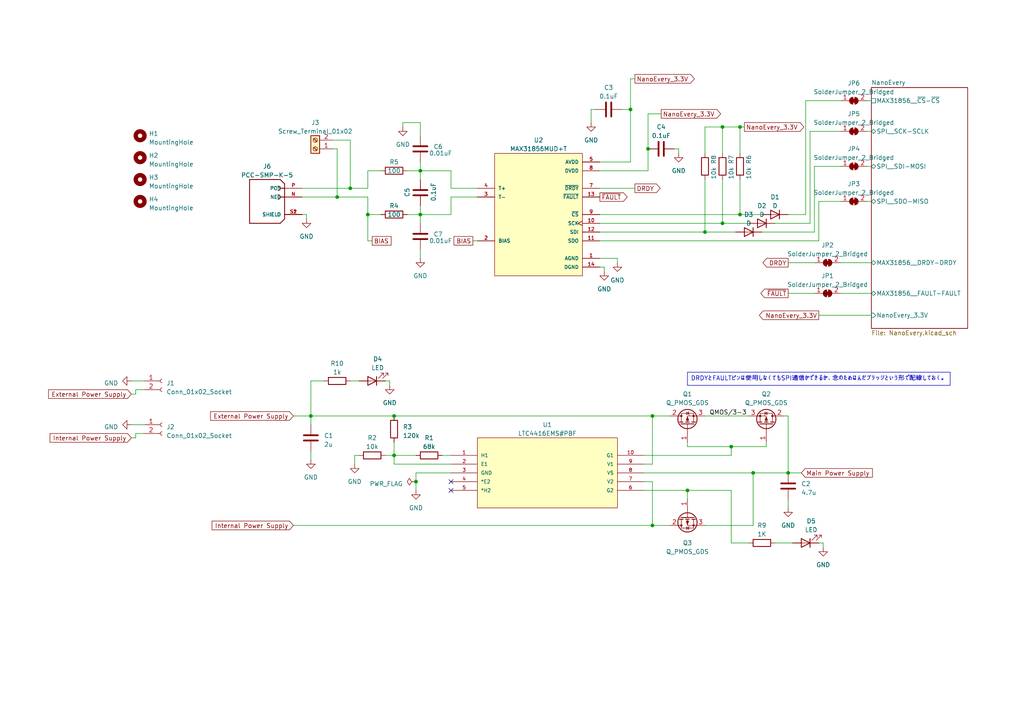
<source format=kicad_sch>
(kicad_sch (version 20230121) (generator eeschema)
  (paper "A4")
  (lib_symbols
    (symbol "Connector:Conn_01x02_Socket" (pin_names (offset 1.016) hide)
      (property "Reference" "J" (at 0 2.54 0))
      (property "Value" "Conn_01x02_Socket" (at 0 -5.08 0))
      (symbol "Conn_01x02_Socket_1_1"
        (arc (start 0 -2.032) (mid -0.5058 -2.54) (end 0 -3.048) (stroke (width 0.1524)))
        (polyline (pts (xy -1.27 -2.54) (xy -0.508 -2.54)) (stroke (width 0.1524)))
        (polyline (pts (xy -1.27 0) (xy -0.508 0)) (stroke (width 0.1524)))
        (arc (start 0 0.508) (mid -0.5058 0) (end 0 -0.508) (stroke (width 0.1524)))
        (pin passive line (at -5.08 0 0) (length 3.81) (name "Pin_1") (number "1"))
        (pin passive line (at -5.08 -2.54 0) (length 3.81) (name "Pin_2") (number "2"))
      )
    )
    (symbol "Connector:Screw_Terminal_01x02" (pin_names (offset 1.016) hide)
      (property "Reference" "J" (at 0 2.54 0))
      (property "Value" "Screw_Terminal_01x02" (at 0 -5.08 0))
      (symbol "Screw_Terminal_01x02_1_1"
        (rectangle (start -1.27 1.27) (end 1.27 -3.81) (stroke (width 0.254)) (fill (type background)))
        (circle (center 0 -2.54) (radius 0.635) (stroke (width 0.1524)))
        (polyline (pts (xy -0.5334 -2.2098) (xy 0.3302 -3.048)) (stroke (width 0.1524)))
        (polyline (pts (xy -0.5334 0.3302) (xy 0.3302 -0.508)) (stroke (width 0.1524)))
        (polyline (pts (xy -0.3556 -2.032) (xy 0.508 -2.8702)) (stroke (width 0.1524)))
        (polyline (pts (xy -0.3556 0.508) (xy 0.508 -0.3302)) (stroke (width 0.1524)))
        (circle (center 0 0) (radius 0.635) (stroke (width 0.1524)))
        (pin passive line (at -5.08 0 0) (length 3.81) (name "Pin_1") (number "1"))
        (pin passive line (at -5.08 -2.54 0) (length 3.81) (name "Pin_2") (number "2"))
      )
    )
    (symbol "Device:C" (pin_numbers hide) (pin_names (offset 0.254))
      (property "Reference" "C" (at 0.635 2.54 0))
      (property "Value" "C" (at 0.635 -2.54 0))
      (symbol "C_0_1"
        (polyline (pts (xy -2.032 -0.762) (xy 2.032 -0.762)) (stroke (width 0.508)))
        (polyline (pts (xy -2.032 0.762) (xy 2.032 0.762)) (stroke (width 0.508)))
      )
      (symbol "C_1_1"
        (pin passive line (at 0 3.81 270) (length 2.794) (name "~") (number "1"))
        (pin passive line (at 0 -3.81 90) (length 2.794) (name "~") (number "2"))
      )
    )
    (symbol "Device:D" (pin_numbers hide) (pin_names (offset 1.016) hide)
      (property "Reference" "D" (at 0 2.54 0))
      (property "Value" "D" (at 0 -2.54 0))
      (symbol "D_0_1"
        (polyline (pts (xy -1.27 1.27) (xy -1.27 -1.27)) (stroke (width 0.254)))
        (polyline (pts (xy 1.27 0) (xy -1.27 0)))
        (polyline (pts (xy 1.27 1.27) (xy 1.27 -1.27) (xy -1.27 0) (xy 1.27 1.27)) (stroke (width 0.254)))
      )
      (symbol "D_1_1"
        (pin passive line (at -3.81 0 0) (length 2.54) (name "K") (number "1"))
        (pin passive line (at 3.81 0 180) (length 2.54) (name "A") (number "2"))
      )
    )
    (symbol "Device:LED" (pin_numbers hide) (pin_names (offset 1.016) hide)
      (property "Reference" "D" (at 0 2.54 0))
      (property "Value" "LED" (at 0 -2.54 0))
      (symbol "LED_0_1"
        (polyline (pts (xy -1.27 -1.27) (xy -1.27 1.27)) (stroke (width 0.254)))
        (polyline (pts (xy -1.27 0) (xy 1.27 0)))
        (polyline (pts (xy 1.27 -1.27) (xy 1.27 1.27) (xy -1.27 0) (xy 1.27 -1.27)) (stroke (width 0.254)))
        (polyline (pts (xy -3.048 -0.762) (xy -4.572 -2.286) (xy -3.81 -2.286) (xy -4.572 -2.286) (xy -4.572 -1.524)))
        (polyline (pts (xy -1.778 -0.762) (xy -3.302 -2.286) (xy -2.54 -2.286) (xy -3.302 -2.286) (xy -3.302 -1.524)))
      )
      (symbol "LED_1_1"
        (pin passive line (at -3.81 0 0) (length 2.54) (name "K") (number "1"))
        (pin passive line (at 3.81 0 180) (length 2.54) (name "A") (number "2"))
      )
    )
    (symbol "Device:Q_PMOS_GDS" (pin_names (offset 0) hide)
      (property "Reference" "Q" (at 5.08 1.27 0))
      (property "Value" "Q_PMOS_GDS" (at 5.08 -1.27 0))
      (symbol "Q_PMOS_GDS_0_1"
        (polyline (pts (xy 0.254 0) (xy -2.54 0)))
        (polyline (pts (xy 0.254 1.905) (xy 0.254 -1.905)) (stroke (width 0.254)))
        (polyline (pts (xy 0.762 -1.27) (xy 0.762 -2.286)) (stroke (width 0.254)))
        (polyline (pts (xy 0.762 0.508) (xy 0.762 -0.508)) (stroke (width 0.254)))
        (polyline (pts (xy 0.762 2.286) (xy 0.762 1.27)) (stroke (width 0.254)))
        (polyline (pts (xy 2.54 2.54) (xy 2.54 1.778)))
        (polyline (pts (xy 2.54 -2.54) (xy 2.54 0) (xy 0.762 0)))
        (polyline (pts (xy 0.762 1.778) (xy 3.302 1.778) (xy 3.302 -1.778) (xy 0.762 -1.778)))
        (polyline (pts (xy 2.286 0) (xy 1.27 0.381) (xy 1.27 -0.381) (xy 2.286 0)) (fill (type outline)))
        (polyline (pts (xy 2.794 -0.508) (xy 2.921 -0.381) (xy 3.683 -0.381) (xy 3.81 -0.254)))
        (polyline (pts (xy 3.302 -0.381) (xy 2.921 0.254) (xy 3.683 0.254) (xy 3.302 -0.381)))
        (circle (center 1.651 0) (radius 2.794) (stroke (width 0.254)))
        (circle (center 2.54 -1.778) (radius 0.254) (fill (type outline)))
        (circle (center 2.54 1.778) (radius 0.254) (fill (type outline)))
      )
      (symbol "Q_PMOS_GDS_1_1"
        (pin input line (at -5.08 0 0) (length 2.54) (name "G") (number "1"))
        (pin passive line (at 2.54 5.08 270) (length 2.54) (name "D") (number "2"))
        (pin passive line (at 2.54 -5.08 90) (length 2.54) (name "S") (number "3"))
      )
    )
    (symbol "Device:R" (pin_numbers hide) (pin_names (offset 0))
      (property "Reference" "R" (at 2.032 0 90))
      (property "Value" "R" (at 0 0 90))
      (symbol "R_0_1"
        (rectangle (start -1.016 -2.54) (end 1.016 2.54) (stroke (width 0.254)))
      )
      (symbol "R_1_1"
        (pin passive line (at 0 3.81 270) (length 1.27) (name "~") (number "1"))
        (pin passive line (at 0 -3.81 90) (length 1.27) (name "~") (number "2"))
      )
    )
    (symbol "Jumper:SolderJumper_2_Bridged" (pin_names (offset 0) hide)
      (property "Reference" "JP" (at 0 2.032 0))
      (property "Value" "SolderJumper_2_Bridged" (at 0 -2.54 0))
      (symbol "SolderJumper_2_Bridged_0_1"
        (rectangle (start -0.508 0.508) (end 0.508 -0.508) (fill (type outline)))
        (arc (start -0.254 1.016) (mid -1.2656 0) (end -0.254 -1.016))
        (arc (start -0.254 1.016) (mid -1.2656 0) (end -0.254 -1.016) (fill (type outline)))
        (polyline (pts (xy -0.254 1.016) (xy -0.254 -1.016)))
        (polyline (pts (xy 0.254 1.016) (xy 0.254 -1.016)))
        (arc (start 0.254 -1.016) (mid 1.2656 0) (end 0.254 1.016))
        (arc (start 0.254 -1.016) (mid 1.2656 0) (end 0.254 1.016) (fill (type outline)))
      )
      (symbol "SolderJumper_2_Bridged_1_1"
        (pin passive line (at -3.81 0 0) (length 2.54) (name "A") (number "1"))
        (pin passive line (at 3.81 0 180) (length 2.54) (name "B") (number "2"))
      )
    )
    (symbol "LTC4416EMS_PBF:LTC4416EMS#PBF" (pin_names (offset 1.016))
      (property "Reference" "U" (at 23.2536 9.1335 0))
      (property "Value" "LTC4416EMS#PBF" (at 22.6431 6.5968 0))
      (symbol "LTC4416EMS#PBF_0_0"
        (rectangle (start 7.62 -15.24) (end 48.26 5.08) (stroke (width 0.1524)) (fill (type background)))
        (pin output line (at 0 0 0) (length 7.62) (name "H1") (number "1"))
        (pin passive line (at 55.88 0 180) (length 7.62) (name "G1") (number "10"))
        (pin input line (at 0 -2.54 0) (length 7.62) (name "E1") (number "2"))
        (pin power_in line (at 0 -5.08 0) (length 7.62) (name "GND") (number "3"))
        (pin input line (at 0 -7.62 0) (length 7.62) (name "*E2") (number "4"))
        (pin input line (at 0 -10.16 0) (length 7.62) (name "*H2") (number "5"))
        (pin passive line (at 55.88 -10.16 180) (length 7.62) (name "G2") (number "6"))
        (pin input line (at 55.88 -7.62 180) (length 7.62) (name "V2") (number "7"))
        (pin input line (at 55.88 -5.08 180) (length 7.62) (name "VS") (number "8"))
        (pin input line (at 55.88 -2.54 180) (length 7.62) (name "V1") (number "9"))
      )
    )
    (symbol "MAX31856MUD_T:MAX31856MUD+T" (pin_names (offset 1.016))
      (property "Reference" "U" (at -12.7 18.542 0))
      (property "Value" "MAX31856MUD+T" (at -12.7 -20.32 0))
      (symbol "MAX31856MUD+T_0_0"
        (rectangle (start -12.7 -17.78) (end 12.7 17.78) (stroke (width 0.1524)) (fill (type background)))
        (pin power_in line (at 17.78 -12.7 180) (length 5.08) (name "AGND") (number "1"))
        (pin input clock (at 17.78 -2.54 180) (length 5.08) (name "SCK") (number "10"))
        (pin output line (at 17.78 -7.62 180) (length 5.08) (name "SDO") (number "11"))
        (pin input line (at 17.78 -5.08 180) (length 5.08) (name "SDI") (number "12"))
        (pin output line (at 17.78 5.08 180) (length 5.08) (name "~{FAULT}") (number "13"))
        (pin power_in line (at 17.78 -15.24 180) (length 5.08) (name "DGND") (number "14"))
        (pin passive line (at -17.78 -7.62 0) (length 5.08) (name "BIAS") (number "2"))
        (pin input line (at -17.78 5.08 0) (length 5.08) (name "T-") (number "3"))
        (pin input line (at -17.78 7.62 0) (length 5.08) (name "T+") (number "4"))
        (pin power_in line (at 17.78 15.24 180) (length 5.08) (name "AVDD") (number "5"))
        (pin output line (at 17.78 7.62 180) (length 5.08) (name "~{DRDY}") (number "7"))
        (pin power_in line (at 17.78 12.7 180) (length 5.08) (name "DVDD") (number "8"))
        (pin input line (at 17.78 0 180) (length 5.08) (name "~{CS}") (number "9"))
      )
    )
    (symbol "Mechanical:MountingHole" (pin_names (offset 1.016))
      (property "Reference" "H" (at 0 5.08 0))
      (property "Value" "MountingHole" (at 0 3.175 0))
      (symbol "MountingHole_0_1"
        (circle (center 0 0) (radius 1.27) (stroke (width 1.27)))
      )
    )
    (symbol "PCC-SMP-K-5:PCC-SMP-K-5" (pin_names (offset 1.016))
      (property "Reference" "J" (at -5.08 5.842 0))
      (property "Value" "PCC-SMP-K-5" (at -5.08 -8.382 0))
      (symbol "PCC-SMP-K-5_0_0"
        (polyline (pts (xy -5.08 -7.62) (xy -5.08 5.08)) (stroke (width 0.254)))
        (polyline (pts (xy -5.08 5.08) (xy 3.81 5.08)) (stroke (width 0.254)))
        (polyline (pts (xy 3.81 -7.62) (xy -5.08 -7.62)) (stroke (width 0.254)))
        (polyline (pts (xy 5.08 -6.35) (xy 3.81 -7.62)) (stroke (width 0.254)))
        (polyline (pts (xy 5.08 0) (xy 3.81 0)) (stroke (width 0.254)))
        (polyline (pts (xy 5.08 2.54) (xy 3.81 2.54)) (stroke (width 0.254)))
        (polyline (pts (xy 5.08 2.54) (xy 5.08 -6.35)) (stroke (width 0.254)))
        (polyline (pts (xy 5.08 3.81) (xy 3.81 5.08)) (stroke (width 0.254)))
        (polyline (pts (xy 5.08 3.81) (xy 5.08 2.54)) (stroke (width 0.254)))
        (arc (start 3.175 -0.635) (mid 3.8073 0) (end 3.175 0.635) (stroke (width 0.254)))
        (arc (start 3.175 1.905) (mid 3.8073 2.54) (end 3.175 3.175) (stroke (width 0.254)))
        (pin passive line (at 10.16 0 180) (length 5.08) (name "NEG") (number "N"))
        (pin passive line (at 10.16 2.54 180) (length 5.08) (name "POS") (number "P"))
        (pin passive line (at 10.16 -5.08 180) (length 5.08) (name "SHIELD") (number "S1"))
        (pin passive line (at 10.16 -5.08 180) (length 5.08) (name "SHIELD") (number "S2"))
      )
    )
    (symbol "power:GND" (power) (pin_names (offset 0))
      (property "Value" "GND" (at 0 -3.81 0))
      (symbol "GND_0_1"
        (polyline (pts (xy 0 0) (xy 0 -1.27) (xy 1.27 -1.27) (xy 0 -2.54) (xy -1.27 -1.27) (xy 0 -1.27)))
      )
      (symbol "GND_1_1"
        (pin power_in line (at 0 0 270) (length 0) hide (name "GND") (number "1"))
      )
    )
    (symbol "power:PWR_FLAG" (power) (pin_numbers hide) (pin_names (offset 0) hide)
      (property "Value" "PWR_FLAG" (at 0 3.81 0))
      (symbol "PWR_FLAG_0_0"
        (pin power_out line (at 0 0 90) (length 0) (name "pwr") (number "1"))
      )
      (symbol "PWR_FLAG_0_1"
        (polyline (pts (xy 0 0) (xy 0 1.27) (xy -1.016 1.905) (xy 0 2.54) (xy 1.016 1.905) (xy 0 1.27)))
      )
    )
  )
  (junction (at 97.79 57.15))
  (junction (at 228.6 137.16))
  (junction (at 114.3 132.08))
  (junction (at 189.23 152.4))
  (junction (at 204.47 67.31))
  (junction (at 214.63 36.83))
  (junction (at 209.55 64.77))
  (junction (at 189.23 120.65))
  (junction (at 90.17 120.65))
  (junction (at 199.39 142.24))
  (junction (at 101.6 54.61))
  (junction (at 120.65 139.7))
  (junction (at 121.92 49.53))
  (junction (at 121.92 62.23))
  (junction (at 212.09 129.54))
  (junction (at 114.3 120.65))
  (junction (at 209.55 36.83))
  (junction (at 182.88 31.75))
  (junction (at 106.68 62.23))
  (junction (at 218.44 137.16))
  (junction (at 187.96 43.18))
  (junction (at 214.63 62.23))
  (no_connect (at 130.81 139.7))
  (no_connect (at 130.81 142.24))
  (wire (pts (xy 101.6 54.61) (xy 106.68 54.61)))
  (wire (pts (xy 212.09 157.48) (xy 212.09 142.24)))
  (wire (pts (xy 199.39 129.54) (xy 199.39 128.27)))
  (wire (pts (xy 214.63 36.83) (xy 214.63 44.45)))
  (wire (pts (xy 187.96 33.02) (xy 187.96 43.18)))
  (wire (pts (xy 199.39 142.24) (xy 186.69 142.24)))
  (wire (pts (xy 106.68 54.61) (xy 106.68 49.53)))
  (wire (pts (xy 251.46 58.42) (xy 252.73 58.42)))
  (wire (pts (xy 118.11 49.53) (xy 121.92 49.53)))
  (wire (pts (xy 212.09 129.54) (xy 222.25 129.54)))
  (wire (pts (xy 243.84 85.09) (xy 252.73 85.09)))
  (wire (pts (xy 114.3 132.08) (xy 120.65 132.08)))
  (wire (pts (xy 38.1 114.3) (xy 39.37 114.3)))
  (wire (pts (xy 121.92 46.99) (xy 121.92 49.53)))
  (wire (pts (xy 130.81 57.15) (xy 138.43 57.15)))
  (wire (pts (xy 137.16 69.85) (xy 138.43 69.85)))
  (wire (pts (xy 228.6 144.78) (xy 228.6 147.32)))
  (wire (pts (xy 130.81 54.61) (xy 138.43 54.61)))
  (wire (pts (xy 186.69 139.7) (xy 189.23 139.7)))
  (wire (pts (xy 171.45 31.75) (xy 172.72 31.75)))
  (wire (pts (xy 238.76 157.48) (xy 238.76 158.75)))
  (wire (pts (xy 38.1 123.19) (xy 41.91 123.19)))
  (wire (pts (xy 110.49 62.23) (xy 106.68 62.23)))
  (wire (pts (xy 173.99 74.93) (xy 179.07 74.93)))
  (wire (pts (xy 87.63 62.23) (xy 88.9 62.23)))
  (wire (pts (xy 121.92 39.37) (xy 121.92 35.56)))
  (wire (pts (xy 212.09 132.08) (xy 212.09 129.54)))
  (wire (pts (xy 114.3 132.08) (xy 111.76 132.08)))
  (wire (pts (xy 251.46 48.26) (xy 252.73 48.26)))
  (wire (pts (xy 189.23 152.4) (xy 194.31 152.4)))
  (wire (pts (xy 90.17 110.49) (xy 90.17 120.65)))
  (wire (pts (xy 236.22 48.26) (xy 243.84 48.26)))
  (wire (pts (xy 224.79 64.77) (xy 234.95 64.77)))
  (wire (pts (xy 199.39 144.78) (xy 199.39 142.24)))
  (wire (pts (xy 215.9 36.83) (xy 214.63 36.83)))
  (wire (pts (xy 173.99 67.31) (xy 204.47 67.31)))
  (wire (pts (xy 114.3 128.27) (xy 114.3 132.08)))
  (wire (pts (xy 189.23 120.65) (xy 194.31 120.65)))
  (wire (pts (xy 187.96 49.53) (xy 187.96 43.18)))
  (wire (pts (xy 96.52 43.18) (xy 97.79 43.18)))
  (wire (pts (xy 102.87 134.62) (xy 102.87 132.08)))
  (wire (pts (xy 220.98 67.31) (xy 236.22 67.31)))
  (wire (pts (xy 209.55 64.77) (xy 217.17 64.77)))
  (wire (pts (xy 39.37 113.03) (xy 41.91 113.03)))
  (wire (pts (xy 121.92 72.39) (xy 121.92 74.93)))
  (wire (pts (xy 217.17 157.48) (xy 212.09 157.48)))
  (wire (pts (xy 204.47 152.4) (xy 218.44 152.4)))
  (wire (pts (xy 106.68 57.15) (xy 106.68 62.23)))
  (wire (pts (xy 106.68 49.53) (xy 110.49 49.53)))
  (wire (pts (xy 237.49 58.42) (xy 243.84 58.42)))
  (wire (pts (xy 233.68 62.23) (xy 233.68 29.21)))
  (wire (pts (xy 196.85 43.18) (xy 196.85 44.45)))
  (wire (pts (xy 39.37 127) (xy 38.1 127)))
  (wire (pts (xy 204.47 67.31) (xy 213.36 67.31)))
  (wire (pts (xy 39.37 114.3) (xy 39.37 113.03)))
  (wire (pts (xy 173.99 54.61) (xy 184.15 54.61)))
  (wire (pts (xy 96.52 40.64) (xy 101.6 40.64)))
  (wire (pts (xy 90.17 123.19) (xy 90.17 120.65)))
  (wire (pts (xy 101.6 40.64) (xy 101.6 54.61)))
  (wire (pts (xy 121.92 62.23) (xy 121.92 64.77)))
  (wire (pts (xy 87.63 54.61) (xy 101.6 54.61)))
  (wire (pts (xy 90.17 130.81) (xy 90.17 133.35)))
  (wire (pts (xy 228.6 76.2) (xy 236.22 76.2)))
  (wire (pts (xy 121.92 59.69) (xy 121.92 62.23)))
  (wire (pts (xy 204.47 120.65) (xy 217.17 120.65)))
  (wire (pts (xy 189.23 134.62) (xy 189.23 120.65)))
  (wire (pts (xy 187.96 33.02) (xy 191.77 33.02)))
  (wire (pts (xy 173.99 49.53) (xy 187.96 49.53)))
  (wire (pts (xy 121.92 35.56) (xy 116.84 35.56)))
  (wire (pts (xy 88.9 62.23) (xy 88.9 63.5)))
  (wire (pts (xy 251.46 29.21) (xy 252.73 29.21)))
  (wire (pts (xy 121.92 49.53) (xy 121.92 52.07)))
  (wire (pts (xy 120.65 137.16) (xy 120.65 139.7)))
  (wire (pts (xy 189.23 139.7) (xy 189.23 152.4)))
  (wire (pts (xy 243.84 76.2) (xy 252.73 76.2)))
  (wire (pts (xy 224.79 157.48) (xy 229.87 157.48)))
  (wire (pts (xy 121.92 49.53) (xy 130.81 49.53)))
  (wire (pts (xy 93.98 110.49) (xy 90.17 110.49)))
  (wire (pts (xy 251.46 38.1) (xy 252.73 38.1)))
  (wire (pts (xy 85.09 152.4) (xy 189.23 152.4)))
  (wire (pts (xy 218.44 152.4) (xy 218.44 137.16)))
  (wire (pts (xy 114.3 134.62) (xy 114.3 132.08)))
  (wire (pts (xy 182.88 22.86) (xy 182.88 31.75)))
  (wire (pts (xy 204.47 52.07) (xy 204.47 67.31)))
  (wire (pts (xy 171.45 31.75) (xy 171.45 35.56)))
  (wire (pts (xy 209.55 36.83) (xy 214.63 36.83)))
  (wire (pts (xy 218.44 137.16) (xy 228.6 137.16)))
  (wire (pts (xy 209.55 52.07) (xy 209.55 64.77)))
  (wire (pts (xy 130.81 134.62) (xy 114.3 134.62)))
  (wire (pts (xy 173.99 46.99) (xy 182.88 46.99)))
  (wire (pts (xy 234.95 38.1) (xy 243.84 38.1)))
  (wire (pts (xy 214.63 52.07) (xy 214.63 62.23)))
  (wire (pts (xy 236.22 67.31) (xy 236.22 48.26)))
  (wire (pts (xy 120.65 139.7) (xy 120.65 142.24)))
  (wire (pts (xy 186.69 132.08) (xy 212.09 132.08)))
  (wire (pts (xy 106.68 69.85) (xy 107.95 69.85)))
  (wire (pts (xy 121.92 62.23) (xy 118.11 62.23)))
  (wire (pts (xy 39.37 125.73) (xy 39.37 127)))
  (wire (pts (xy 102.87 132.08) (xy 104.14 132.08)))
  (wire (pts (xy 234.95 64.77) (xy 234.95 38.1)))
  (wire (pts (xy 175.26 77.47) (xy 175.26 78.74)))
  (wire (pts (xy 228.6 137.16) (xy 232.41 137.16)))
  (wire (pts (xy 227.33 120.65) (xy 228.6 120.65)))
  (wire (pts (xy 199.39 129.54) (xy 212.09 129.54)))
  (wire (pts (xy 97.79 57.15) (xy 106.68 57.15)))
  (wire (pts (xy 130.81 57.15) (xy 130.81 62.23)))
  (wire (pts (xy 173.99 64.77) (xy 209.55 64.77)))
  (wire (pts (xy 228.6 62.23) (xy 233.68 62.23)))
  (wire (pts (xy 38.1 110.49) (xy 41.91 110.49)))
  (wire (pts (xy 87.63 57.15) (xy 97.79 57.15)))
  (wire (pts (xy 114.3 120.65) (xy 189.23 120.65)))
  (wire (pts (xy 182.88 31.75) (xy 182.88 46.99)))
  (wire (pts (xy 195.58 43.18) (xy 196.85 43.18)))
  (wire (pts (xy 97.79 43.18) (xy 97.79 57.15)))
  (wire (pts (xy 237.49 157.48) (xy 238.76 157.48)))
  (wire (pts (xy 233.68 29.21) (xy 243.84 29.21)))
  (wire (pts (xy 173.99 69.85) (xy 237.49 69.85)))
  (wire (pts (xy 222.25 129.54) (xy 222.25 128.27)))
  (wire (pts (xy 128.27 132.08) (xy 130.81 132.08)))
  (wire (pts (xy 180.34 31.75) (xy 182.88 31.75)))
  (wire (pts (xy 173.99 77.47) (xy 175.26 77.47)))
  (wire (pts (xy 214.63 62.23) (xy 220.98 62.23)))
  (wire (pts (xy 113.03 110.49) (xy 113.03 111.76)))
  (wire (pts (xy 186.69 134.62) (xy 189.23 134.62)))
  (wire (pts (xy 101.6 110.49) (xy 104.14 110.49)))
  (wire (pts (xy 85.09 120.65) (xy 90.17 120.65)))
  (wire (pts (xy 204.47 36.83) (xy 209.55 36.83)))
  (wire (pts (xy 186.69 137.16) (xy 218.44 137.16)))
  (wire (pts (xy 106.68 62.23) (xy 106.68 69.85)))
  (wire (pts (xy 212.09 142.24) (xy 199.39 142.24)))
  (wire (pts (xy 90.17 120.65) (xy 114.3 120.65)))
  (wire (pts (xy 111.76 110.49) (xy 113.03 110.49)))
  (wire (pts (xy 41.91 125.73) (xy 39.37 125.73)))
  (wire (pts (xy 209.55 36.83) (xy 209.55 44.45)))
  (wire (pts (xy 237.49 69.85) (xy 237.49 58.42)))
  (wire (pts (xy 184.15 22.86) (xy 182.88 22.86)))
  (wire (pts (xy 130.81 49.53) (xy 130.81 54.61)))
  (wire (pts (xy 228.6 85.09) (xy 236.22 85.09)))
  (wire (pts (xy 179.07 74.93) (xy 179.07 76.2)))
  (wire (pts (xy 130.81 137.16) (xy 120.65 137.16)))
  (wire (pts (xy 204.47 36.83) (xy 204.47 44.45)))
  (wire (pts (xy 237.49 91.44) (xy 252.73 91.44)))
  (wire (pts (xy 228.6 120.65) (xy 228.6 137.16)))
  (wire (pts (xy 116.84 35.56) (xy 116.84 36.83)))
  (wire (pts (xy 130.81 62.23) (xy 121.92 62.23)))
  (wire (pts (xy 173.99 62.23) (xy 214.63 62.23)))
  (text_box "DRDYとFAULTピンは使用しなくてもSPI通信ができるが、念のためはんだブリッジという形で配線しておく。			" (at 199.39 107.95 0) (size 76.2 3.81) (effects (font (size 1.27 1.27)) (justify left top)))
  (label "QMOS{slash}3-3" (at 205.74 120.65 0))
  (global_label "Main Power Supply" (shape input) (at 232.41 137.16 0) (property "Intersheetrefs" "${INTERSHEET_REFS}" (effects hide)))
  (global_label "~{FAULT}" (shape output) (at 173.99 57.15 0) (property "Intersheetrefs" "${INTERSHEET_REFS}" (effects hide)))
  (global_label "BIAS" (shape passive) (at 137.16 69.85 180) (property "Intersheetrefs" "${INTERSHEET_REFS}" (effects hide)))
  (global_label "~{FAULT}" (shape output) (at 228.6 85.09 180) (property "Intersheetrefs" "${INTERSHEET_REFS}" (effects hide)))
  (global_label "DRDY" (shape output) (at 184.15 54.61 0) (property "Intersheetrefs" "${INTERSHEET_REFS}" (effects hide)))
  (global_label "Internal Power Supply" (shape input) (at 85.09 152.4 180) (property "Intersheetrefs" "${INTERSHEET_REFS}" (effects hide)))
  (global_label "BIAS" (shape passive) (at 107.95 69.85 0) (property "Intersheetrefs" "${INTERSHEET_REFS}" (effects hide)))
  (global_label "NanoEvery_3.3V" (shape output) (at 184.15 22.86 0) (property "Intersheetrefs" "${INTERSHEET_REFS}" (effects hide)))
  (global_label "NanoEvery_3.3V" (shape output) (at 237.49 91.44 180) (property "Intersheetrefs" "${INTERSHEET_REFS}" (effects hide)))
  (global_label "NanoEvery_3.3V" (shape output) (at 191.77 33.02 0) (property "Intersheetrefs" "${INTERSHEET_REFS}" (effects hide)))
  (global_label "NanoEvery_3.3V" (shape output) (at 215.9 36.83 0) (property "Intersheetrefs" "${INTERSHEET_REFS}" (effects hide)))
  (global_label "External Power Supply" (shape input) (at 38.1 114.3 180) (property "Intersheetrefs" "${INTERSHEET_REFS}" (effects hide)))
  (global_label "Internal Power Supply" (shape input) (at 38.1 127 180) (property "Intersheetrefs" "${INTERSHEET_REFS}" (effects hide)))
  (global_label "External Power Supply" (shape input) (at 85.09 120.65 180) (property "Intersheetrefs" "${INTERSHEET_REFS}" (effects hide)))
  (global_label "DRDY" (shape output) (at 228.6 76.2 180) (property "Intersheetrefs" "${INTERSHEET_REFS}" (effects hide)))
  (symbol (lib_id "Device:D") (at 217.17 67.31 180) (unit 1)
    (property "Reference" "D3" (at 217.17 62.23 0))
    (property "Value" "D" (at 217.17 64.77 0))
    (property "Footprint" "Diode_SMD:D_0805_2012Metric_Pad1.15x1.40mm_HandSolder" (effects hide))
    (property "Sim.Device" "D" (effects hide))
    (property "Sim.Pins" "1=K 2=A" (effects hide))
  )
  (symbol (lib_id "Connector:Conn_01x02_Socket") (at 46.99 123.19 0) (unit 1)
    (property "Reference" "J2" (at 48.26 123.825 0) (effects (justify left)))
    (property "Value" "Conn_01x02_Socket" (at 48.26 126.365 0) (effects (justify left)))
    (property "Footprint" "CONNECTOR:CONNECTOR_2-STRAIGHT" (effects hide))
  )
  (symbol (lib_id "Device:C") (at 191.77 43.18 90) (unit 1)
    (property "Reference" "C4" (at 191.77 36.83 90))
    (property "Value" "0.1uF" (at 191.77 39.37 90))
    (property "Footprint" "Capacitor_SMD:C_0805_2012Metric_Pad1.18x1.45mm_HandSolder" (effects hide))
  )
  (symbol (lib_id "Device:LED") (at 107.95 110.49 180) (unit 1)
    (property "Reference" "D4" (at 109.5375 104.14 0))
    (property "Value" "LED" (at 109.5375 106.68 0))
    (property "Footprint" "LED_SMD:LED_0805_2012Metric_Pad1.15x1.40mm_HandSolder" (effects hide))
  )
  (symbol (lib_id "Device:R") (at 97.79 110.49 90) (unit 1)
    (property "Reference" "R10" (at 97.79 105.41 90))
    (property "Value" "1k" (at 97.79 107.95 90))
    (property "Footprint" "LED_SMD:LED_0805_2012Metric_Pad1.15x1.40mm_HandSolder" (effects hide))
  )
  (symbol (lib_id "Device:Q_PMOS_GDS") (at 199.39 149.86 90) (mirror x) (unit 1)
    (property "Reference" "Q3" (at 199.39 157.48 90))
    (property "Value" "Q_PMOS_GDS" (at 199.39 160.02 90))
    (property "Footprint" "Package_TO_SOT_SMD:ATPAK-2" (effects hide))
  )
  (symbol (lib_id "Connector:Screw_Terminal_01x02") (at 91.44 43.18 180) (unit 1)
    (property "Reference" "J3" (at 91.44 35.56 0))
    (property "Value" "Screw_Terminal_01x02" (at 91.44 38.1 0))
    (property "Footprint" "TerminalBlock:TerminalBlock_Altech_AK300-2_P5.00mm" (effects hide))
  )
  (symbol (lib_id "Jumper:SolderJumper_2_Bridged") (at 247.65 38.1 0) (unit 1)
    (property "Reference" "JP5" (at 247.65 33.02 0))
    (property "Value" "SolderJumper_2_Bridged" (at 247.65 35.56 0))
    (property "Footprint" "Jumper:SolderJumper-2_P1.3mm_Open_TrianglePad1.0x1.5mm" (effects hide))
  )
  (symbol (lib_id "Mechanical:MountingHole") (at 40.64 45.72 0) (unit 1)
    (property "Reference" "H2" (at 43.18 45.085 0) (effects (justify left)))
    (property "Value" "MountingHole" (at 43.18 47.625 0) (effects (justify left)))
    (property "Footprint" "MountingHole:MountingHole_4.5mm" (effects hide))
  )
  (symbol (lib_id "Device:R") (at 114.3 49.53 90) (unit 1)
    (property "Reference" "R5" (at 114.3 46.99 90))
    (property "Value" "100" (at 114.3 49.53 90))
    (property "Footprint" "Resistor_SMD:R_0805_2012Metric_Pad1.20x1.40mm_HandSolder" (effects hide))
  )
  (symbol (lib_id "power:GND") (at 90.17 133.35 0) (unit 1)
    (property "Reference" "#PWR04" (effects hide))
    (property "Value" "GND" (at 90.17 138.43 0))
  )
  (symbol (lib_id "Jumper:SolderJumper_2_Bridged") (at 240.03 85.09 0) (unit 1)
    (property "Reference" "JP1" (at 240.03 80.01 0))
    (property "Value" "SolderJumper_2_Bridged" (at 240.03 82.55 0))
    (property "Footprint" "Jumper:SolderJumper-2_P1.3mm_Open_TrianglePad1.0x1.5mm" (effects hide))
  )
  (symbol (lib_id "Device:Q_PMOS_GDS") (at 222.25 123.19 270) (mirror x) (unit 1)
    (property "Reference" "Q2" (at 222.25 114.3 90))
    (property "Value" "Q_PMOS_GDS" (at 222.25 116.84 90))
    (property "Footprint" "Package_TO_SOT_SMD:ATPAK-2" (effects hide))
  )
  (symbol (lib_id "power:GND") (at 120.65 142.24 0) (unit 1)
    (property "Reference" "#PWR02" (effects hide))
    (property "Value" "GND" (at 120.65 147.32 0))
  )
  (symbol (lib_id "Device:R") (at 220.98 157.48 270) (unit 1)
    (property "Reference" "R9" (at 220.98 152.4 90))
    (property "Value" "1K" (at 220.98 154.94 90))
    (property "Footprint" "LED_SMD:LED_0805_2012Metric_Pad1.15x1.40mm_HandSolder" (effects hide))
  )
  (symbol (lib_id "Device:C") (at 228.6 140.97 0) (unit 1)
    (property "Reference" "C2" (at 232.41 140.335 0) (effects (justify left)))
    (property "Value" "4.7u" (at 232.41 142.875 0) (effects (justify left)))
    (property "Footprint" "Capacitor_SMD:C_0805_2012Metric_Pad1.18x1.45mm_HandSolder" (effects hide))
  )
  (symbol (lib_id "power:PWR_FLAG") (at 120.65 139.7 90) (unit 1)
    (property "Reference" "#FLG01" (effects hide))
    (property "Value" "PWR_FLAG" (at 116.84 140.335 90) (effects (justify left)))
  )
  (symbol (lib_id "power:GND") (at 113.03 111.76 0) (unit 1)
    (property "Reference" "#PWR019" (effects hide))
    (property "Value" "GND" (at 113.03 116.84 0))
  )
  (symbol (lib_id "power:GND") (at 238.76 158.75 0) (unit 1)
    (property "Reference" "#PWR03" (effects hide))
    (property "Value" "GND" (at 238.76 163.83 0))
  )
  (symbol (lib_id "Jumper:SolderJumper_2_Bridged") (at 247.65 48.26 0) (unit 1)
    (property "Reference" "JP4" (at 247.65 43.18 0))
    (property "Value" "SolderJumper_2_Bridged" (at 247.65 45.72 0))
    (property "Footprint" "Jumper:SolderJumper-2_P1.3mm_Open_TrianglePad1.0x1.5mm" (effects hide))
  )
  (symbol (lib_id "power:GND") (at 179.07 76.2 0) (unit 1)
    (property "Reference" "#PWR013" (effects hide))
    (property "Value" "GND" (at 179.07 81.28 0))
  )
  (symbol (lib_id "Mechanical:MountingHole") (at 40.64 39.37 0) (unit 1)
    (property "Reference" "H1" (at 43.18 38.735 0) (effects (justify left)))
    (property "Value" "MountingHole" (at 43.18 41.275 0) (effects (justify left)))
    (property "Footprint" "MountingHole:MountingHole_4.5mm" (effects hide))
  )
  (symbol (lib_id "Device:R") (at 114.3 62.23 90) (unit 1)
    (property "Reference" "R4" (at 114.3 59.69 90))
    (property "Value" "100" (at 114.3 62.23 90))
    (property "Footprint" "Resistor_SMD:R_0805_2012Metric_Pad1.20x1.40mm_HandSolder" (effects hide))
  )
  (symbol (lib_id "Device:D") (at 224.79 62.23 180) (unit 1)
    (property "Reference" "D1" (at 224.79 57.15 0))
    (property "Value" "D" (at 224.79 59.69 0))
    (property "Footprint" "Diode_SMD:D_0805_2012Metric_Pad1.15x1.40mm_HandSolder" (effects hide))
    (property "Sim.Device" "D" (effects hide))
    (property "Sim.Pins" "1=K 2=A" (effects hide))
  )
  (symbol (lib_id "Device:C") (at 90.17 127 0) (unit 1)
    (property "Reference" "C1" (at 93.98 126.365 0) (effects (justify left)))
    (property "Value" "2u" (at 93.98 128.905 0) (effects (justify left)))
    (property "Footprint" "Capacitor_SMD:C_0805_2012Metric_Pad1.18x1.45mm_HandSolder" (effects hide))
  )
  (symbol (lib_id "MAX31856MUD_T:MAX31856MUD+T") (at 156.21 62.23 0) (unit 1)
    (property "Reference" "U2" (at 156.21 40.64 0))
    (property "Value" "MAX31856MUD+T" (at 156.21 43.18 0))
    (property "Footprint" "Package_SO:TSSOP-14_4.4x5mm_P0.65mm" (effects hide))
    (property "E_NOM" "6.4" (effects hide))
    (property "PARTREV" "0" (effects hide))
    (property "E1_NOM" "4.4" (effects hide))
    (property "A_MAX" "1.1" (effects hide))
    (property "D_MIN" "4.9" (effects hide))
    (property "L_MAX" "0.7" (effects hide))
    (property "E1_MIN" "4.3" (effects hide))
    (property "D_MAX" "5.1" (effects hide))
    (property "A_MIN" "1.1" (effects hide))
    (property "B_MAX" "0.3" (effects hide))
    (property "B_NOM" "0.245" (effects hide))
    (property "D2_MAX" "0.0" (effects hide))
    (property "A1_MAX" "None" (effects hide))
    (property "B_MIN" "0.19" (effects hide))
    (property "MANUFACTURER" "Maxim Integrated" (effects hide))
    (property "D2_NOM" "None" (effects hide))
    (property "ENOM" "0.65" (effects hide))
    (property "E_MAX" "6.55" (effects hide))
    (property "A1_MIN" "0.05" (effects hide))
    (property "STANDARD" "IPC 7351B" (effects hide))
    (property "D_NOM" "5.0" (effects hide))
    (property "E_MIN" "6.25" (effects hide))
    (property "PIN_COUNT" "14.0" (effects hide))
    (property "D2_MIN" "None" (effects hide))
    (property "A1_NOM" "None" (effects hide))
    (property "E2_MAX" "0.0" (effects hide))
    (property "E1_MAX" "4.5" (effects hide))
    (property "A_NOM" "1.1" (effects hide))
    (property "E2_MIN" "None" (effects hide))
    (property "L_NOM" "0.6" (effects hide))
    (property "E2_NOM" "None" (effects hide))
    (property "L_MIN" "0.5" (effects hide))
  )
  (symbol (lib_id "power:GND") (at 102.87 134.62 0) (unit 1)
    (property "Reference" "#PWR01" (effects hide))
    (property "Value" "GND" (at 102.87 139.7 0))
  )
  (symbol (lib_id "Device:R") (at 209.55 48.26 0) (unit 1)
    (property "Reference" "R7" (at 212.09 47.625 90) (effects (justify left)))
    (property "Value" "10k" (at 212.09 52.07 90) (effects (justify left)))
    (property "Footprint" "Resistor_SMD:R_0805_2012Metric_Pad1.20x1.40mm_HandSolder" (effects hide))
  )
  (symbol (lib_id "Device:C") (at 121.92 55.88 0) (unit 1)
    (property "Reference" "C5" (at 118.11 57.15 90) (effects (justify left)))
    (property "Value" "0.1uF" (at 125.73 58.42 90) (effects (justify left)))
    (property "Footprint" "Capacitor_SMD:C_0805_2012Metric_Pad1.18x1.45mm_HandSolder" (effects hide))
  )
  (symbol (lib_id "power:GND") (at 116.84 36.83 0) (unit 1)
    (property "Reference" "#PWR015" (effects hide))
    (property "Value" "GND" (at 116.84 41.91 0))
  )
  (symbol (lib_id "Device:R") (at 204.47 48.26 0) (unit 1)
    (property "Reference" "R8" (at 207.01 47.625 90) (effects (justify left)))
    (property "Value" "10k" (at 207.01 52.07 90) (effects (justify left)))
    (property "Footprint" "Resistor_SMD:R_0805_2012Metric_Pad1.20x1.40mm_HandSolder" (effects hide))
  )
  (symbol (lib_id "Jumper:SolderJumper_2_Bridged") (at 247.65 29.21 0) (unit 1)
    (property "Reference" "JP6" (at 247.65 24.13 0))
    (property "Value" "SolderJumper_2_Bridged" (at 247.65 26.67 0))
    (property "Footprint" "Jumper:SolderJumper-2_P1.3mm_Open_TrianglePad1.0x1.5mm" (effects hide))
  )
  (symbol (lib_id "PCC-SMP-K-5:PCC-SMP-K-5") (at 77.47 57.15 0) (unit 1)
    (property "Reference" "J6" (at 77.47 48.26 0))
    (property "Value" "PCC-SMP-K-5" (at 77.47 50.8 0))
    (property "Footprint" "OMEGA_PCC-SMP-K-5" (effects hide))
    (property "MANUFACTURER" "OMEGA" (effects hide))
    (property "PARTREV" "N/A" (effects hide))
    (property "STANDARD" "Manufacturer Recommendations" (effects hide))
    (property "MAXIMUM_PACKAGE_HEIGHT" "6.3 mm" (effects hide))
  )
  (symbol (lib_id "Connector:Conn_01x02_Socket") (at 46.99 110.49 0) (unit 1)
    (property "Reference" "J1" (at 48.26 111.125 0) (effects (justify left)))
    (property "Value" "Conn_01x02_Socket" (at 48.26 113.665 0) (effects (justify left)))
    (property "Footprint" "CONNECTOR:CONNECTOR_2-STRAIGHT" (effects hide))
  )
  (symbol (lib_id "Device:LED") (at 233.68 157.48 180) (unit 1)
    (property "Reference" "D5" (at 235.2675 151.13 0))
    (property "Value" "LED" (at 235.2675 153.67 0))
    (property "Footprint" "LED_SMD:LED_0805_2012Metric_Pad1.15x1.40mm_HandSolder" (effects hide))
  )
  (symbol (lib_id "Jumper:SolderJumper_2_Bridged") (at 247.65 58.42 0) (unit 1)
    (property "Reference" "JP3" (at 247.65 53.34 0))
    (property "Value" "SolderJumper_2_Bridged" (at 247.65 55.88 0))
    (property "Footprint" "Jumper:SolderJumper-2_P1.3mm_Open_TrianglePad1.0x1.5mm" (effects hide))
  )
  (symbol (lib_id "Mechanical:MountingHole") (at 40.64 58.42 0) (unit 1)
    (property "Reference" "H4" (at 43.18 57.785 0) (effects (justify left)))
    (property "Value" "MountingHole" (at 43.18 60.325 0) (effects (justify left)))
    (property "Footprint" "MountingHole:MountingHole_4.5mm" (effects hide))
  )
  (symbol (lib_id "Device:Q_PMOS_GDS") (at 199.39 123.19 90) (unit 1)
    (property "Reference" "Q1" (at 199.39 114.3 90))
    (property "Value" "Q_PMOS_GDS" (at 199.39 116.84 90))
    (property "Footprint" "Package_TO_SOT_SMD:ATPAK-2" (effects hide))
  )
  (symbol (lib_id "Device:C") (at 121.92 43.18 0) (unit 1)
    (property "Reference" "C6" (at 125.73 42.545 0) (effects (justify left)))
    (property "Value" "0.01uF" (at 124.46 44.45 0) (effects (justify left)))
    (property "Footprint" "Capacitor_SMD:C_0805_2012Metric_Pad1.18x1.45mm_HandSolder" (effects hide))
  )
  (symbol (lib_id "power:GND") (at 171.45 35.56 0) (mirror y) (unit 1)
    (property "Reference" "#PWR010" (effects hide))
    (property "Value" "GND" (at 171.45 40.64 0))
  )
  (symbol (lib_id "power:GND") (at 88.9 63.5 0) (unit 1)
    (property "Reference" "#PWR030" (effects hide))
    (property "Value" "GND" (at 88.9 68.58 0))
  )
  (symbol (lib_id "Device:C") (at 176.53 31.75 270) (mirror x) (unit 1)
    (property "Reference" "C3" (at 176.53 25.4 90))
    (property "Value" "0.1uF" (at 176.53 27.94 90))
    (property "Footprint" "Capacitor_SMD:C_0805_2012Metric_Pad1.18x1.45mm_HandSolder" (effects hide))
  )
  (symbol (lib_id "power:GND") (at 38.1 123.19 270) (unit 1)
    (property "Reference" "#PWR07" (effects hide))
    (property "Value" "GND" (at 34.29 123.825 90) (effects (justify right)))
  )
  (symbol (lib_id "Device:R") (at 114.3 124.46 0) (unit 1)
    (property "Reference" "R3" (at 116.84 123.825 0) (effects (justify left)))
    (property "Value" "120k" (at 116.84 126.365 0) (effects (justify left)))
    (property "Footprint" "Resistor_SMD:R_0805_2012Metric_Pad1.20x1.40mm_HandSolder" (effects hide))
  )
  (symbol (lib_id "power:GND") (at 175.26 78.74 0) (unit 1)
    (property "Reference" "#PWR012" (effects hide))
    (property "Value" "GND" (at 175.26 83.82 0))
  )
  (symbol (lib_id "Device:D") (at 220.98 64.77 180) (unit 1)
    (property "Reference" "D2" (at 220.98 59.69 0))
    (property "Value" "D" (at 220.98 62.23 0))
    (property "Footprint" "Diode_SMD:D_0805_2012Metric_Pad1.15x1.40mm_HandSolder" (effects hide))
    (property "Sim.Device" "D" (effects hide))
    (property "Sim.Pins" "1=K 2=A" (effects hide))
  )
  (symbol (lib_id "Mechanical:MountingHole") (at 40.64 52.07 0) (unit 1)
    (property "Reference" "H3" (at 43.18 51.435 0) (effects (justify left)))
    (property "Value" "MountingHole" (at 43.18 53.975 0) (effects (justify left)))
    (property "Footprint" "MountingHole:MountingHole_4.5mm" (effects hide))
  )
  (symbol (lib_id "Device:R") (at 107.95 132.08 270) (unit 1)
    (property "Reference" "R2" (at 107.95 127 90))
    (property "Value" "10k" (at 107.95 129.54 90))
    (property "Footprint" "Resistor_SMD:R_0805_2012Metric_Pad1.20x1.40mm_HandSolder" (effects hide))
  )
  (symbol (lib_id "Device:R") (at 124.46 132.08 90) (unit 1)
    (property "Reference" "R1" (at 124.46 127 90))
    (property "Value" "68k" (at 124.46 129.54 90))
    (property "Footprint" "Resistor_SMD:R_0805_2012Metric_Pad1.20x1.40mm_HandSolder" (effects hide))
  )
  (symbol (lib_id "Jumper:SolderJumper_2_Bridged") (at 240.03 76.2 0) (unit 1)
    (property "Reference" "JP2" (at 240.03 71.12 0))
    (property "Value" "SolderJumper_2_Bridged" (at 240.03 73.66 0))
    (property "Footprint" "Jumper:SolderJumper-2_P1.3mm_Open_TrianglePad1.0x1.5mm" (effects hide))
  )
  (symbol (lib_id "LTC4416EMS_PBF:LTC4416EMS#PBF") (at 130.81 132.08 0) (unit 1)
    (property "Reference" "U1" (at 158.75 123.19 0))
    (property "Value" "LTC4416EMS#PBF" (at 158.75 125.73 0))
    (property "Footprint" "Package_SO:MSOP-10_3x3mm_P0.5mm" (effects hide))
    (property "Datasheet" "https://www.analog.com/media/jp/technical-documentation/data-sheets/j4416fa.pdf" (effects hide))
    (property "MANUFACTURER_PART_NUMBER" "ltc4416ims1" (effects hide))
    (property "VENDOR" "Linear Technology" (effects hide))
  )
  (symbol (lib_id "power:GND") (at 38.1 110.49 270) (unit 1)
    (property "Reference" "#PWR06" (effects hide))
    (property "Value" "GND" (at 34.29 111.125 90) (effects (justify right)))
  )
  (symbol (lib_id "Device:R") (at 214.63 48.26 0) (unit 1)
    (property "Reference" "R6" (at 217.17 47.625 90) (effects (justify left)))
    (property "Value" "10k" (at 217.17 52.07 90) (effects (justify left)))
    (property "Footprint" "Resistor_SMD:R_0805_2012Metric_Pad1.20x1.40mm_HandSolder" (effects hide))
  )
  (symbol (lib_id "power:GND") (at 228.6 147.32 0) (unit 1)
    (property "Reference" "#PWR05" (effects hide))
    (property "Value" "GND" (at 228.6 152.4 0))
  )
  (symbol (lib_id "power:GND") (at 196.85 44.45 0) (unit 1)
    (property "Reference" "#PWR011" (effects hide))
    (property "Value" "GND" (at 196.85 49.53 0))
  )
  (symbol (lib_id "power:GND") (at 121.92 74.93 0) (unit 1)
    (property "Reference" "#PWR014" (effects hide))
    (property "Value" "GND" (at 121.92 80.01 0))
  )
  (symbol (lib_id "Device:C") (at 121.92 68.58 0) (unit 1)
    (property "Reference" "C7" (at 125.73 67.945 0) (effects (justify left)))
    (property "Value" "0.01uF" (at 124.46 69.85 0) (effects (justify left)))
    (property "Footprint" "Capacitor_SMD:C_0805_2012Metric_Pad1.18x1.45mm_HandSolder" (effects hide))
  )
  (sheet (at 252.73 25.4) (size 27.94 69.85) (stroke (width 0.1524))
    (property "Sheetname" "NanoEvery" (at 252.73 24.6884 0) (effects (justify left bottom)))
    (property "Sheetfile" "NanoEvery.kicad_sch" (at 252.73 95.8346 0) (effects (justify left top)))
    (pin "MAX31856__DRDY-DRDY" bidirectional (at 252.73 76.2 180))
    (pin "MAX31856__FAULT-FAULT" bidirectional (at 252.73 85.09 180))
    (pin "NanoEvery_3.3V" input (at 252.73 91.44 180))
    (pin "MAX31856__~{CS}-~{CS}" passive (at 252.73 29.21 180))
    (pin "SPI__SDI-MOSI" bidirectional (at 252.73 48.26 180))
    (pin "SPI__SDO-MISO" bidirectional (at 252.73 58.42 180))
    (pin "SPI__SCK-SCLK" bidirectional (at 252.73 38.1 180))
  )
)
</source>
